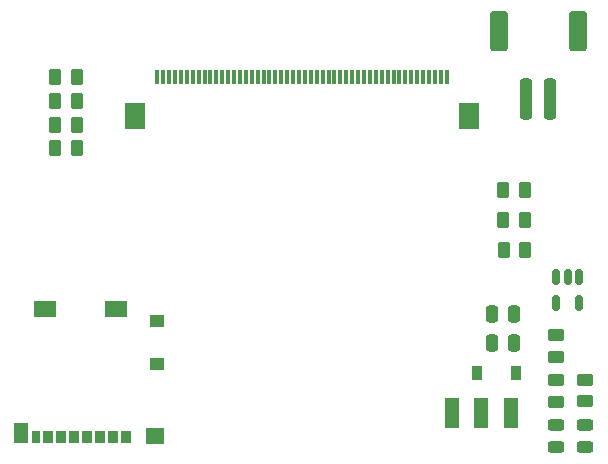
<source format=gbr>
%TF.GenerationSoftware,KiCad,Pcbnew,(6.0.6)*%
%TF.CreationDate,2022-12-14T10:50:40-06:00*%
%TF.ProjectId,Realm Card,5265616c-6d20-4436-9172-642e6b696361,A*%
%TF.SameCoordinates,Original*%
%TF.FileFunction,Paste,Top*%
%TF.FilePolarity,Positive*%
%FSLAX46Y46*%
G04 Gerber Fmt 4.6, Leading zero omitted, Abs format (unit mm)*
G04 Created by KiCad (PCBNEW (6.0.6)) date 2022-12-14 10:50:40*
%MOMM*%
%LPD*%
G01*
G04 APERTURE LIST*
G04 Aperture macros list*
%AMRoundRect*
0 Rectangle with rounded corners*
0 $1 Rounding radius*
0 $2 $3 $4 $5 $6 $7 $8 $9 X,Y pos of 4 corners*
0 Add a 4 corners polygon primitive as box body*
4,1,4,$2,$3,$4,$5,$6,$7,$8,$9,$2,$3,0*
0 Add four circle primitives for the rounded corners*
1,1,$1+$1,$2,$3*
1,1,$1+$1,$4,$5*
1,1,$1+$1,$6,$7*
1,1,$1+$1,$8,$9*
0 Add four rect primitives between the rounded corners*
20,1,$1+$1,$2,$3,$4,$5,0*
20,1,$1+$1,$4,$5,$6,$7,0*
20,1,$1+$1,$6,$7,$8,$9,0*
20,1,$1+$1,$8,$9,$2,$3,0*%
G04 Aperture macros list end*
%ADD10RoundRect,0.150000X-0.150000X0.512500X-0.150000X-0.512500X0.150000X-0.512500X0.150000X0.512500X0*%
%ADD11RoundRect,0.250000X-0.262500X-0.450000X0.262500X-0.450000X0.262500X0.450000X-0.262500X0.450000X0*%
%ADD12RoundRect,0.250000X0.262500X0.450000X-0.262500X0.450000X-0.262500X-0.450000X0.262500X-0.450000X0*%
%ADD13RoundRect,0.250000X-0.450000X0.262500X-0.450000X-0.262500X0.450000X-0.262500X0.450000X0.262500X0*%
%ADD14RoundRect,0.250000X-0.250000X-0.475000X0.250000X-0.475000X0.250000X0.475000X-0.250000X0.475000X0*%
%ADD15R,0.900000X1.200000*%
%ADD16RoundRect,0.243750X0.456250X-0.243750X0.456250X0.243750X-0.456250X0.243750X-0.456250X-0.243750X0*%
%ADD17R,0.850000X1.100000*%
%ADD18R,0.750000X1.100000*%
%ADD19R,1.200000X1.000000*%
%ADD20R,1.900000X1.350000*%
%ADD21R,1.170000X1.800000*%
%ADD22R,1.550000X1.350000*%
%ADD23RoundRect,0.250000X0.250000X1.500000X-0.250000X1.500000X-0.250000X-1.500000X0.250000X-1.500000X0*%
%ADD24RoundRect,0.250001X0.499999X1.449999X-0.499999X1.449999X-0.499999X-1.449999X0.499999X-1.449999X0*%
%ADD25R,1.250000X2.500000*%
%ADD26R,0.300000X1.300000*%
%ADD27R,1.800000X2.200000*%
%ADD28RoundRect,0.243750X-0.456250X0.243750X-0.456250X-0.243750X0.456250X-0.243750X0.456250X0.243750X0*%
G04 APERTURE END LIST*
D10*
%TO.C,U1*%
X48450000Y-23362500D03*
X47500000Y-23362500D03*
X46550000Y-23362500D03*
X46550000Y-25637500D03*
X48450000Y-25637500D03*
%TD*%
D11*
%TO.C,R3*%
X42087500Y-21120000D03*
X43912500Y-21120000D03*
%TD*%
D12*
%TO.C,R1*%
X43875000Y-18580000D03*
X42050000Y-18580000D03*
%TD*%
D13*
%TO.C,R4*%
X46500000Y-28335500D03*
X46500000Y-30160500D03*
%TD*%
D11*
%TO.C,R9*%
X4087500Y-8500000D03*
X5912500Y-8500000D03*
%TD*%
D14*
%TO.C,C1*%
X41050000Y-29000000D03*
X42950000Y-29000000D03*
%TD*%
D11*
%TO.C,R10*%
X4087500Y-6500000D03*
X5912500Y-6500000D03*
%TD*%
D15*
%TO.C,D3*%
X43150000Y-31500000D03*
X39850000Y-31500000D03*
%TD*%
D11*
%TO.C,R7*%
X4087500Y-12500000D03*
X5912500Y-12500000D03*
%TD*%
D16*
%TO.C,D2*%
X49000000Y-37805500D03*
X49000000Y-35930500D03*
%TD*%
D17*
%TO.C,J2*%
X10105000Y-36950000D03*
X9005000Y-36950000D03*
X7905000Y-36950000D03*
X6805000Y-36950000D03*
X5705000Y-36950000D03*
X4605000Y-36950000D03*
X3505000Y-36950000D03*
D18*
X2455000Y-36950000D03*
D19*
X12740000Y-30800000D03*
X12740000Y-27100000D03*
D20*
X3270000Y-26125000D03*
D21*
X1245000Y-36600000D03*
D22*
X12565000Y-36825000D03*
D20*
X9240000Y-26125000D03*
%TD*%
D11*
%TO.C,R8*%
X4087500Y-10500000D03*
X5912500Y-10500000D03*
%TD*%
D13*
%TO.C,R5*%
X46500000Y-32145500D03*
X46500000Y-33970500D03*
%TD*%
D23*
%TO.C,J3*%
X46000000Y-8350000D03*
X44000000Y-8350000D03*
D24*
X48350000Y-2600000D03*
X41650000Y-2600000D03*
%TD*%
D25*
%TO.C,SW1*%
X37670000Y-34880000D03*
X40170000Y-34880000D03*
X42670000Y-34880000D03*
%TD*%
D11*
%TO.C,R2*%
X42050000Y-16040000D03*
X43875000Y-16040000D03*
%TD*%
D14*
%TO.C,C2*%
X41050000Y-26500000D03*
X42950000Y-26500000D03*
%TD*%
D26*
%TO.C,J4*%
X12750000Y-6490000D03*
X13250000Y-6490000D03*
X13750000Y-6490000D03*
X14250000Y-6490000D03*
X14750000Y-6490000D03*
X15250000Y-6490000D03*
X15750000Y-6490000D03*
X16250000Y-6490000D03*
X16750000Y-6490000D03*
X17250000Y-6490000D03*
X17750000Y-6490000D03*
X18250000Y-6490000D03*
X18750000Y-6490000D03*
X19250000Y-6490000D03*
X19750000Y-6490000D03*
X20250000Y-6490000D03*
X20750000Y-6490000D03*
X21250000Y-6490000D03*
X21750000Y-6490000D03*
X22250000Y-6490000D03*
X22750000Y-6490000D03*
X23250000Y-6490000D03*
X23750000Y-6490000D03*
X24250000Y-6490000D03*
X24750000Y-6490000D03*
X25250000Y-6490000D03*
X25750000Y-6490000D03*
X26250000Y-6490000D03*
X26750000Y-6490000D03*
X27250000Y-6490000D03*
X27750000Y-6490000D03*
X28250000Y-6490000D03*
X28750000Y-6490000D03*
X29250000Y-6490000D03*
X29750000Y-6490000D03*
X30250000Y-6490000D03*
X30750000Y-6490000D03*
X31250000Y-6490000D03*
X31750000Y-6490000D03*
X32250000Y-6490000D03*
X32750000Y-6490000D03*
X33250000Y-6490000D03*
X33750000Y-6490000D03*
X34250000Y-6490000D03*
X34750000Y-6490000D03*
X35250000Y-6490000D03*
X35750000Y-6490000D03*
X36250000Y-6490000D03*
X36750000Y-6490000D03*
X37250000Y-6490000D03*
D27*
X39150000Y-9740000D03*
X10850000Y-9740000D03*
%TD*%
D28*
%TO.C,D1*%
X46500000Y-35930500D03*
X46500000Y-37805500D03*
%TD*%
D13*
%TO.C,R6*%
X49000000Y-32087500D03*
X49000000Y-33912500D03*
%TD*%
M02*

</source>
